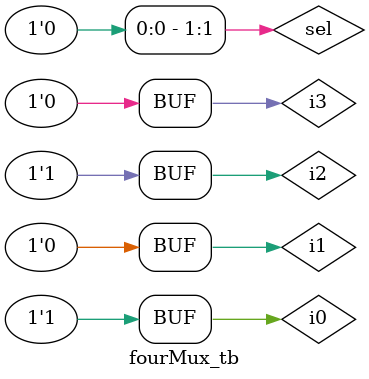
<source format=sv>


module fourMux (
    input  logic [1:0] sel,
    input  logic i0, i1, i2, i3,
    output logic y
);

    always_comb begin
        case (sel)
            2'b00: y = i0;
            2'b01: y = i1;
            2'b10: y = i2;
            2'b11: y = i3;
            default: y = 1'b0;
        endcase
    end

endmodule


//--------------------------- TestBench ---------------------------//

module fourMux_tb;
  
  logic[1:0]sel;
  logic i0, i1, i2, i3;
  wire y;
  
  fourMux dut(sel, i0, i1, i2, i3, y);
  
    initial begin
      $monitor("sel = %b i3 = %b i2 = %b i1 = %b i0 = %b --> y = %b", sel, i3, i2, i1, i0, y);
      {i3, i2, i1, i0} = 4'h5;
      repeat(6) begin
        sel = $random;
        #5;
      end 
    end
endmodule 

</source>
